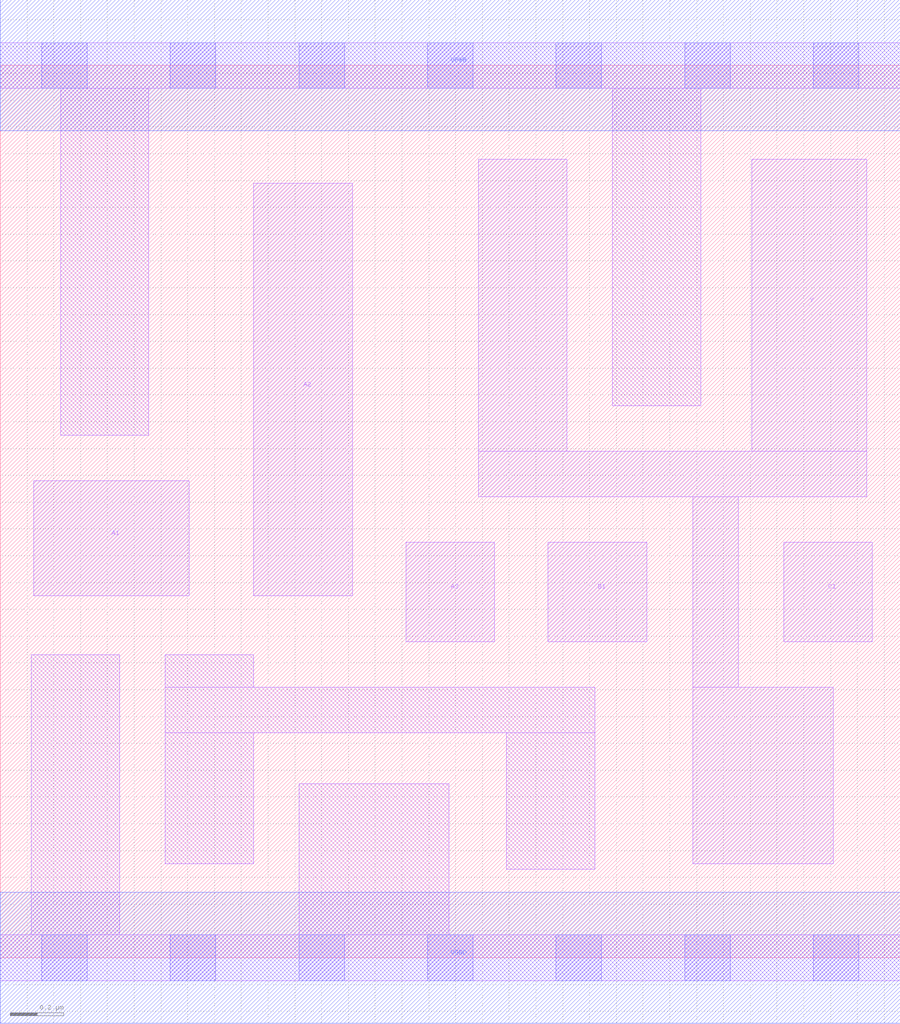
<source format=lef>
# Copyright 2020 The SkyWater PDK Authors
#
# Licensed under the Apache License, Version 2.0 (the "License");
# you may not use this file except in compliance with the License.
# You may obtain a copy of the License at
#
#     https://www.apache.org/licenses/LICENSE-2.0
#
# Unless required by applicable law or agreed to in writing, software
# distributed under the License is distributed on an "AS IS" BASIS,
# WITHOUT WARRANTIES OR CONDITIONS OF ANY KIND, either express or implied.
# See the License for the specific language governing permissions and
# limitations under the License.
#
# SPDX-License-Identifier: Apache-2.0

VERSION 5.7 ;
  NAMESCASESENSITIVE ON ;
  NOWIREEXTENSIONATPIN ON ;
  DIVIDERCHAR "/" ;
  BUSBITCHARS "[]" ;
UNITS
  DATABASE MICRONS 200 ;
END UNITS
MACRO sky130_fd_sc_ls__o311ai_1
  CLASS CORE ;
  FOREIGN sky130_fd_sc_ls__o311ai_1 ;
  ORIGIN  0.000000  0.000000 ;
  SIZE  3.360000 BY  3.330000 ;
  SYMMETRY X Y ;
  SITE unit ;
  PIN A1
    ANTENNAGATEAREA  0.279000 ;
    DIRECTION INPUT ;
    USE SIGNAL ;
    PORT
      LAYER li1 ;
        RECT 0.125000 1.350000 0.705000 1.780000 ;
    END
  END A1
  PIN A2
    ANTENNAGATEAREA  0.279000 ;
    DIRECTION INPUT ;
    USE SIGNAL ;
    PORT
      LAYER li1 ;
        RECT 0.945000 1.350000 1.315000 2.890000 ;
    END
  END A2
  PIN A3
    ANTENNAGATEAREA  0.279000 ;
    DIRECTION INPUT ;
    USE SIGNAL ;
    PORT
      LAYER li1 ;
        RECT 1.515000 1.180000 1.845000 1.550000 ;
    END
  END A3
  PIN B1
    ANTENNAGATEAREA  0.279000 ;
    DIRECTION INPUT ;
    USE SIGNAL ;
    PORT
      LAYER li1 ;
        RECT 2.045000 1.180000 2.415000 1.550000 ;
    END
  END B1
  PIN C1
    ANTENNAGATEAREA  0.279000 ;
    DIRECTION INPUT ;
    USE SIGNAL ;
    PORT
      LAYER li1 ;
        RECT 2.925000 1.180000 3.255000 1.550000 ;
    END
  END C1
  PIN Y
    ANTENNADIFFAREA  1.011700 ;
    DIRECTION OUTPUT ;
    USE SIGNAL ;
    PORT
      LAYER li1 ;
        RECT 1.785000 1.720000 3.235000 1.890000 ;
        RECT 1.785000 1.890000 2.115000 2.980000 ;
        RECT 2.585000 0.350000 3.110000 1.010000 ;
        RECT 2.585000 1.010000 2.755000 1.720000 ;
        RECT 2.805000 1.890000 3.235000 2.980000 ;
    END
  END Y
  PIN VGND
    DIRECTION INOUT ;
    SHAPE ABUTMENT ;
    USE GROUND ;
    PORT
      LAYER met1 ;
        RECT 0.000000 -0.245000 3.360000 0.245000 ;
    END
  END VGND
  PIN VPWR
    DIRECTION INOUT ;
    SHAPE ABUTMENT ;
    USE POWER ;
    PORT
      LAYER met1 ;
        RECT 0.000000 3.085000 3.360000 3.575000 ;
    END
  END VPWR
  OBS
    LAYER li1 ;
      RECT 0.000000 -0.085000 3.360000 0.085000 ;
      RECT 0.000000  3.245000 3.360000 3.415000 ;
      RECT 0.115000  0.085000 0.445000 1.130000 ;
      RECT 0.225000  1.950000 0.555000 3.245000 ;
      RECT 0.615000  0.350000 0.945000 0.840000 ;
      RECT 0.615000  0.840000 2.220000 1.010000 ;
      RECT 0.615000  1.010000 0.945000 1.130000 ;
      RECT 1.115000  0.085000 1.675000 0.650000 ;
      RECT 1.890000  0.330000 2.220000 0.840000 ;
      RECT 2.285000  2.060000 2.615000 3.245000 ;
    LAYER mcon ;
      RECT 0.155000 -0.085000 0.325000 0.085000 ;
      RECT 0.155000  3.245000 0.325000 3.415000 ;
      RECT 0.635000 -0.085000 0.805000 0.085000 ;
      RECT 0.635000  3.245000 0.805000 3.415000 ;
      RECT 1.115000 -0.085000 1.285000 0.085000 ;
      RECT 1.115000  3.245000 1.285000 3.415000 ;
      RECT 1.595000 -0.085000 1.765000 0.085000 ;
      RECT 1.595000  3.245000 1.765000 3.415000 ;
      RECT 2.075000 -0.085000 2.245000 0.085000 ;
      RECT 2.075000  3.245000 2.245000 3.415000 ;
      RECT 2.555000 -0.085000 2.725000 0.085000 ;
      RECT 2.555000  3.245000 2.725000 3.415000 ;
      RECT 3.035000 -0.085000 3.205000 0.085000 ;
      RECT 3.035000  3.245000 3.205000 3.415000 ;
  END
END sky130_fd_sc_ls__o311ai_1
END LIBRARY

</source>
